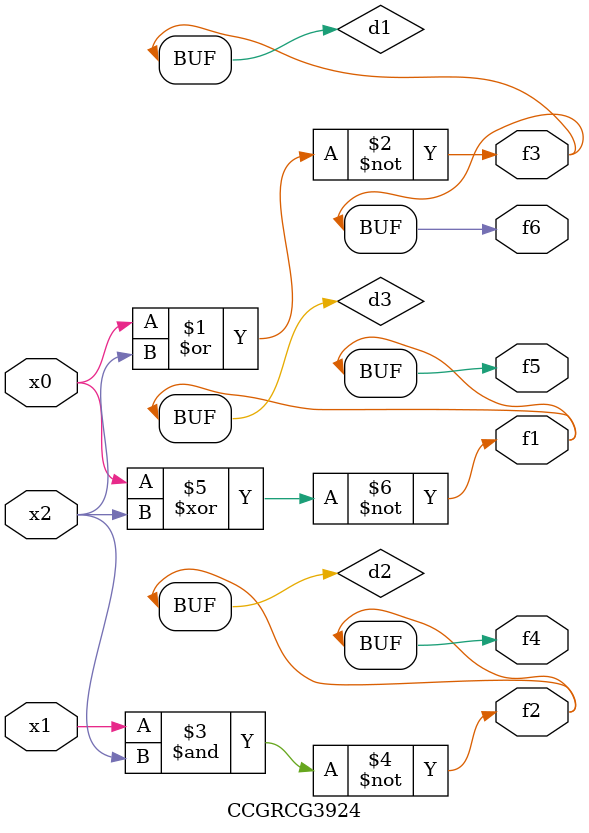
<source format=v>
module CCGRCG3924(
	input x0, x1, x2,
	output f1, f2, f3, f4, f5, f6
);

	wire d1, d2, d3;

	nor (d1, x0, x2);
	nand (d2, x1, x2);
	xnor (d3, x0, x2);
	assign f1 = d3;
	assign f2 = d2;
	assign f3 = d1;
	assign f4 = d2;
	assign f5 = d3;
	assign f6 = d1;
endmodule

</source>
